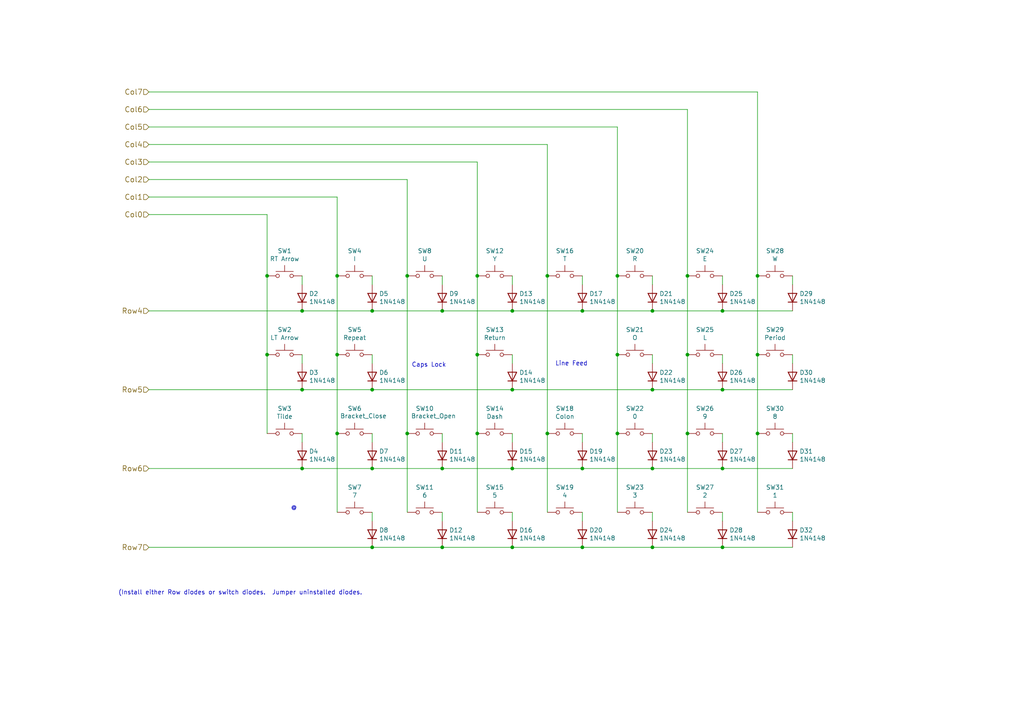
<source format=kicad_sch>
(kicad_sch (version 20211123) (generator eeschema)
  (paper "A4")
  (title_block (title "Unified Retro Keyboard") (date "2022-04-09") (rev "1.13") (company "OSIWeb.org") (comment 1 "Key matrix 1 of 2"))
  (lib_symbols
    (symbol "Switch:SW_Push" (pin_numbers hide) (pin_names (offset 1.016) hide)
      (property "Reference" "SW" (at 1.27 2.54 0))
      (property "Value" "SW_Push" (at 0 -1.524 0))
      (symbol "SW_Push_0_1"
        (circle (center -2.032 0) (radius 0.508))
        (polyline (pts (xy 0 1.27) (xy 0 3.048)))
        (polyline (pts (xy 2.54 1.27) (xy -2.54 1.27)))
        (circle (center 2.032 0) (radius 0.508))
        (pin passive line (at -5.08 0 0) (length 2.54) (name "1") (number "1"))
        (pin passive line (at 5.08 0 180) (length 2.54) (name "2") (number "2"))
      )
    )
    (symbol "unikbd:diode-combined" (pin_numbers hide) (pin_names (offset 1.016) hide)
      (property "Reference" "D" (at 0 2.54 0))
      (property "Value" "diode-combined" (at 0 -2.54 0))
      (symbol "diode-combined_0_1"
        (polyline (pts (xy -1.27 1.27) (xy -1.27 -1.27)) (stroke (width 0.254)))
        (polyline (pts (xy 1.27 0) (xy -1.27 0)))
        (polyline (pts (xy 1.27 1.27) (xy 1.27 -1.27) (xy -1.27 0) (xy 1.27 1.27)) (stroke (width 0.254)))
      )
      (symbol "diode-combined_1_1"
        (pin passive line (at -3.81 0 0) (length 2.54) (name "K") (number "1"))
        (pin passive line (at 3.81 0 180) (length 2.54) (name "A") (number "2"))
      )
    )
  )
  (junction (at 148.59 158.75))
  (junction (at 189.23 135.89))
  (junction (at 97.79 125.73))
  (junction (at 138.43 102.87))
  (junction (at 148.59 113.03))
  (junction (at 179.07 102.87))
  (junction (at 168.91 90.17))
  (junction (at 107.95 158.75))
  (junction (at 219.71 102.87))
  (junction (at 199.39 80.01))
  (junction (at 118.11 125.73))
  (junction (at 148.59 135.89))
  (junction (at 219.71 125.73))
  (junction (at 97.79 80.01))
  (junction (at 87.63 135.89))
  (junction (at 209.55 113.03))
  (junction (at 168.91 135.89))
  (junction (at 158.75 80.01))
  (junction (at 219.71 80.01))
  (junction (at 199.39 125.73))
  (junction (at 209.55 90.17))
  (junction (at 77.47 80.01))
  (junction (at 128.27 135.89))
  (junction (at 107.95 90.17))
  (junction (at 189.23 90.17))
  (junction (at 118.11 80.01))
  (junction (at 97.79 102.87))
  (junction (at 158.75 125.73))
  (junction (at 179.07 80.01))
  (junction (at 179.07 125.73))
  (junction (at 87.63 90.17))
  (junction (at 209.55 158.75))
  (junction (at 138.43 80.01))
  (junction (at 77.47 102.87))
  (junction (at 148.59 90.17))
  (junction (at 128.27 158.75))
  (junction (at 107.95 113.03))
  (junction (at 168.91 158.75))
  (junction (at 209.55 135.89))
  (junction (at 189.23 158.75))
  (junction (at 138.43 125.73))
  (junction (at 199.39 102.87))
  (junction (at 128.27 90.17))
  (junction (at 107.95 135.89))
  (junction (at 189.23 113.03))
  (junction (at 87.63 113.03))
  (wire (pts (xy 189.23 113.03) (xy 209.55 113.03)))
  (wire (pts (xy 209.55 105.41) (xy 209.55 102.87)))
  (wire (pts (xy 107.95 158.75) (xy 128.27 158.75)))
  (wire (pts (xy 118.11 52.07) (xy 118.11 80.01)))
  (wire (pts (xy 219.71 80.01) (xy 219.71 102.87)))
  (wire (pts (xy 77.47 62.23) (xy 77.47 80.01)))
  (wire (pts (xy 229.87 80.01) (xy 229.87 82.55)))
  (wire (pts (xy 138.43 102.87) (xy 138.43 125.73)))
  (wire (pts (xy 43.18 52.07) (xy 118.11 52.07)))
  (wire (pts (xy 179.07 80.01) (xy 179.07 102.87)))
  (wire (pts (xy 43.18 57.15) (xy 97.79 57.15)))
  (wire (pts (xy 168.91 80.01) (xy 168.91 82.55)))
  (wire (pts (xy 209.55 148.59) (xy 209.55 151.13)))
  (wire (pts (xy 219.71 26.67) (xy 219.71 80.01)))
  (wire (pts (xy 148.59 128.27) (xy 148.59 125.73)))
  (wire (pts (xy 148.59 158.75) (xy 168.91 158.75)))
  (wire (pts (xy 128.27 135.89) (xy 148.59 135.89)))
  (wire (pts (xy 168.91 90.17) (xy 189.23 90.17)))
  (wire (pts (xy 209.55 135.89) (xy 229.87 135.89)))
  (wire (pts (xy 189.23 80.01) (xy 189.23 82.55)))
  (wire (pts (xy 107.95 80.01) (xy 107.95 82.55)))
  (wire (pts (xy 199.39 80.01) (xy 199.39 102.87)))
  (wire (pts (xy 209.55 113.03) (xy 229.87 113.03)))
  (wire (pts (xy 229.87 125.73) (xy 229.87 128.27)))
  (wire (pts (xy 107.95 128.27) (xy 107.95 125.73)))
  (wire (pts (xy 158.75 80.01) (xy 158.75 125.73)))
  (wire (pts (xy 219.71 125.73) (xy 219.71 148.59)))
  (wire (pts (xy 148.59 113.03) (xy 189.23 113.03)))
  (wire (pts (xy 43.18 135.89) (xy 87.63 135.89)))
  (wire (pts (xy 107.95 90.17) (xy 128.27 90.17)))
  (wire (pts (xy 87.63 128.27) (xy 87.63 125.73)))
  (wire (pts (xy 199.39 102.87) (xy 199.39 125.73)))
  (wire (pts (xy 97.79 80.01) (xy 97.79 102.87)))
  (wire (pts (xy 43.18 26.67) (xy 219.71 26.67)))
  (wire (pts (xy 229.87 105.41) (xy 229.87 102.87)))
  (wire (pts (xy 43.18 36.83) (xy 179.07 36.83)))
  (wire (pts (xy 138.43 46.99) (xy 138.43 80.01)))
  (wire (pts (xy 189.23 148.59) (xy 189.23 151.13)))
  (wire (pts (xy 138.43 125.73) (xy 138.43 148.59)))
  (wire (pts (xy 128.27 158.75) (xy 148.59 158.75)))
  (wire (pts (xy 168.91 158.75) (xy 189.23 158.75)))
  (wire (pts (xy 148.59 148.59) (xy 148.59 151.13)))
  (wire (pts (xy 43.18 62.23) (xy 77.47 62.23)))
  (wire (pts (xy 43.18 41.91) (xy 158.75 41.91)))
  (wire (pts (xy 43.18 31.75) (xy 199.39 31.75)))
  (wire (pts (xy 189.23 135.89) (xy 209.55 135.89)))
  (wire (pts (xy 107.95 148.59) (xy 107.95 151.13)))
  (wire (pts (xy 168.91 128.27) (xy 168.91 125.73)))
  (wire (pts (xy 179.07 102.87) (xy 179.07 125.73)))
  (wire (pts (xy 43.18 113.03) (xy 87.63 113.03)))
  (wire (pts (xy 87.63 113.03) (xy 107.95 113.03)))
  (wire (pts (xy 189.23 125.73) (xy 189.23 128.27)))
  (wire (pts (xy 107.95 113.03) (xy 148.59 113.03)))
  (wire (pts (xy 77.47 80.01) (xy 77.47 102.87)))
  (wire (pts (xy 219.71 102.87) (xy 219.71 125.73)))
  (wire (pts (xy 138.43 80.01) (xy 138.43 102.87)))
  (wire (pts (xy 87.63 135.89) (xy 107.95 135.89)))
  (wire (pts (xy 77.47 102.87) (xy 77.47 125.73)))
  (wire (pts (xy 97.79 102.87) (xy 97.79 125.73)))
  (wire (pts (xy 43.18 158.75) (xy 107.95 158.75)))
  (wire (pts (xy 107.95 135.89) (xy 128.27 135.89)))
  (wire (pts (xy 118.11 125.73) (xy 118.11 148.59)))
  (wire (pts (xy 128.27 148.59) (xy 128.27 151.13)))
  (wire (pts (xy 97.79 57.15) (xy 97.79 80.01)))
  (wire (pts (xy 189.23 158.75) (xy 209.55 158.75)))
  (wire (pts (xy 128.27 90.17) (xy 148.59 90.17)))
  (wire (pts (xy 158.75 41.91) (xy 158.75 80.01)))
  (wire (pts (xy 179.07 36.83) (xy 179.07 80.01)))
  (wire (pts (xy 128.27 128.27) (xy 128.27 125.73)))
  (wire (pts (xy 43.18 46.99) (xy 138.43 46.99)))
  (wire (pts (xy 179.07 125.73) (xy 179.07 148.59)))
  (wire (pts (xy 199.39 31.75) (xy 199.39 80.01)))
  (wire (pts (xy 148.59 80.01) (xy 148.59 82.55)))
  (wire (pts (xy 107.95 102.87) (xy 107.95 105.41)))
  (wire (pts (xy 209.55 90.17) (xy 229.87 90.17)))
  (wire (pts (xy 148.59 90.17) (xy 168.91 90.17)))
  (wire (pts (xy 158.75 125.73) (xy 158.75 148.59)))
  (wire (pts (xy 97.79 125.73) (xy 97.79 148.59)))
  (wire (pts (xy 209.55 80.01) (xy 209.55 82.55)))
  (wire (pts (xy 118.11 80.01) (xy 118.11 125.73)))
  (wire (pts (xy 87.63 90.17) (xy 107.95 90.17)))
  (wire (pts (xy 148.59 105.41) (xy 148.59 102.87)))
  (wire (pts (xy 87.63 105.41) (xy 87.63 102.87)))
  (wire (pts (xy 87.63 82.55) (xy 87.63 80.01)))
  (wire (pts (xy 229.87 151.13) (xy 229.87 148.59)))
  (wire (pts (xy 148.59 135.89) (xy 168.91 135.89)))
  (wire (pts (xy 168.91 135.89) (xy 189.23 135.89)))
  (wire (pts (xy 209.55 125.73) (xy 209.55 128.27)))
  (wire (pts (xy 189.23 105.41) (xy 189.23 102.87)))
  (wire (pts (xy 43.18 90.17) (xy 87.63 90.17)))
  (wire (pts (xy 209.55 158.75) (xy 229.87 158.75)))
  (wire (pts (xy 189.23 90.17) (xy 209.55 90.17)))
  (wire (pts (xy 128.27 82.55) (xy 128.27 80.01)))
  (wire (pts (xy 199.39 125.73) (xy 199.39 148.59)))
  (wire (pts (xy 168.91 148.59) (xy 168.91 151.13)))
  (text "@" (at 84.328 148.082 0) (effects (font (size 1.27 1.27)) (justify left bottom)))
  (text "Caps Lock" (at 119.38 106.68 0) (effects (font (size 1.27 1.27)) (justify left bottom)))
  (text "(Install either Row diodes or switch diodes.  Jumper uninstalled diodes." (at 34.29 172.72 0) (effects (font (size 1.27 1.27)) (justify left bottom)))
  (text "Line Feed" (at 161.036 106.299 0) (effects (font (size 1.27 1.27)) (justify left bottom)))
  (hierarchical_label "Row7" (shape input) (at 43.18 158.75 180) (effects (font (size 1.524 1.524))))
  (hierarchical_label "Col2" (shape input) (at 43.18 52.07 180) (effects (font (size 1.524 1.524))))
  (hierarchical_label "Row4" (shape input) (at 43.18 90.17 180) (effects (font (size 1.524 1.524))))
  (hierarchical_label "Col5" (shape input) (at 43.18 36.83 180) (effects (font (size 1.524 1.524))))
  (hierarchical_label "Row6" (shape input) (at 43.18 135.89 180) (effects (font (size 1.524 1.524))))
  (hierarchical_label "Col6" (shape input) (at 43.18 31.75 180) (effects (font (size 1.524 1.524))))
  (hierarchical_label "Col0" (shape input) (at 43.18 62.23 180) (effects (font (size 1.524 1.524))))
  (hierarchical_label "Col1" (shape input) (at 43.18 57.15 180) (effects (font (size 1.524 1.524))))
  (hierarchical_label "Row5" (shape input) (at 43.18 113.03 180) (effects (font (size 1.524 1.524))))
  (hierarchical_label "Col3" (shape input) (at 43.18 46.99 180) (effects (font (size 1.524 1.524))))
  (hierarchical_label "Col7" (shape input) (at 43.18 26.67 180) (effects (font (size 1.524 1.524))))
  (hierarchical_label "Col4" (shape input) (at 43.18 41.91 180) (effects (font (size 1.524 1.524))))
  (symbol (lib_id "Switch:SW_Push") (at 82.55 80.01 0) (unit 1)
    (property "Reference" "SW1" (at 82.55 72.771 0))
    (property "Value" "RT Arrow" (at 82.55 75.0824 0))
    (property "Footprint" "unikbd:Key_MX" (effects hide))
    (property "Fitted" "NO" (effects hide))
    (property "Substitution OK" "NO" (effects hide))
    (property "Manufacturer" "Futaba(1) or Cherry(2)" (effects hide))
    (property "Manufacturer Part Number" "(1) MD4-PCS (2) Cherry MX or clone" (effects hide))
  )
  (symbol (lib_id "Switch:SW_Push") (at 102.87 80.01 0) (unit 1)
    (property "Reference" "SW4" (at 102.87 72.771 0))
    (property "Value" "I" (at 102.87 75.0824 0))
    (property "Footprint" "unikbd:Key_MX" (effects hide))
    (property "Comment" "Common to all layouts" (effects hide))
    (property "Fitted" "YES" (effects hide))
    (property "Substitution OK" "NO" (effects hide))
  )
  (symbol (lib_id "Switch:SW_Push") (at 143.51 80.01 0) (unit 1)
    (property "Reference" "SW12" (at 143.51 72.771 0))
    (property "Value" "Y" (at 143.51 75.0824 0))
    (property "Footprint" "unikbd:Key_MX" (effects hide))
    (property "Comment" "Common to all layouts" (effects hide))
    (property "Fitted" "YES" (effects hide))
    (property "Substitution OK" "NO" (effects hide))
  )
  (symbol (lib_id "Switch:SW_Push") (at 123.19 80.01 0) (unit 1)
    (property "Reference" "SW8" (at 123.19 72.771 0))
    (property "Value" "U" (at 123.19 75.0824 0))
    (property "Footprint" "unikbd:Key_MX" (effects hide))
    (property "Comment" "Common to all layouts" (effects hide))
    (property "Fitted" "YES" (effects hide))
    (property "Substitution OK" "NO" (effects hide))
  )
  (symbol (lib_id "Switch:SW_Push") (at 163.83 80.01 0) (unit 1)
    (property "Reference" "SW16" (at 163.83 72.771 0))
    (property "Value" "T" (at 163.83 75.0824 0))
    (property "Footprint" "unikbd:Key_MX" (effects hide))
    (property "Comment" "Common to all layouts" (effects hide))
    (property "Fitted" "YES" (effects hide))
    (property "Substitution OK" "NO" (effects hide))
  )
  (symbol (lib_id "Switch:SW_Push") (at 184.15 80.01 0) (unit 1)
    (property "Reference" "SW20" (at 184.15 72.771 0))
    (property "Value" "R" (at 184.15 75.0824 0))
    (property "Footprint" "unikbd:Key_MX" (effects hide))
    (property "Comment" "Common to all layouts" (effects hide))
    (property "Fitted" "YES" (effects hide))
    (property "Substitution OK" "NO" (effects hide))
  )
  (symbol (lib_id "Switch:SW_Push") (at 224.79 80.01 0) (unit 1)
    (property "Reference" "SW28" (at 224.79 72.771 0))
    (property "Value" "W" (at 224.79 75.0824 0))
    (property "Footprint" "unikbd:Key_MX" (effects hide))
    (property "Comment" "Common to all layouts" (effects hide))
    (property "Fitted" "YES" (effects hide))
    (property "Substitution OK" "NO" (effects hide))
  )
  (symbol (lib_id "Switch:SW_Push") (at 204.47 80.01 0) (unit 1)
    (property "Reference" "SW24" (at 204.47 72.771 0))
    (property "Value" "E" (at 204.47 75.0824 0))
    (property "Footprint" "unikbd:Key_MX" (effects hide))
    (property "Comment" "Common to all layouts" (effects hide))
    (property "Fitted" "YES" (effects hide))
    (property "Substitution OK" "NO" (effects hide))
  )
  (symbol (lib_id "unikbd:diode-combined") (at 107.95 86.36 90) (unit 1)
    (property "Reference" "D5" (at 109.9566 85.1916 90) (effects (justify right)))
    (property "Value" "1N4148" (at 109.9566 87.503 90) (effects (justify right)))
    (property "Footprint" "unikbd:diode-combined" (effects hide))
    (property "Datasheet" "https://assets.nexperia.com/documents/data-sheet/1N4148_1N4448.pdf" (effects hide))
    (property "Fitted" "YES" (effects hide))
    (property "Substitution OK" " YES " (effects hide))
    (property "Comment" "<1.25V forward voltage.  " (effects hide))
    (property "Manufacturer" "ON Semiconductor" (effects hide))
    (property "Manufacturer Part Number" "MMBD914LT3G " (effects hide))
    (property "Package" " SOT-23-3 " (effects hide))
    (property "LCSC" "C118751" (effects hide))
  )
  (symbol (lib_id "unikbd:diode-combined") (at 87.63 86.36 90) (unit 1)
    (property "Reference" "D2" (at 89.6366 85.1916 90) (effects (justify right)))
    (property "Value" "1N4148" (at 89.6366 87.503 90) (effects (justify right)))
    (property "Footprint" "unikbd:diode-combined" (effects hide))
    (property "Datasheet" "https://assets.nexperia.com/documents/data-sheet/1N4148_1N4448.pdf" (effects hide))
    (property "Fitted" "YES" (effects hide))
    (property "Substitution OK" " YES " (effects hide))
    (property "Comment" "<1.25V forward voltage.  " (effects hide))
    (property "Manufacturer" "ON Semiconductor" (effects hide))
    (property "Manufacturer Part Number" "MMBD914LT3G " (effects hide))
    (property "Package" " SOT-23-3 " (effects hide))
    (property "LCSC" "C118751" (effects hide))
  )
  (symbol (lib_id "unikbd:diode-combined") (at 128.27 86.36 90) (unit 1)
    (property "Reference" "D9" (at 130.2766 85.1916 90) (effects (justify right)))
    (property "Value" "1N4148" (at 130.2766 87.503 90) (effects (justify right)))
    (property "Footprint" "unikbd:diode-combined" (effects hide))
    (property "Datasheet" "https://assets.nexperia.com/documents/data-sheet/1N4148_1N4448.pdf" (effects hide))
    (property "Fitted" "YES" (effects hide))
    (property "Substitution OK" " YES " (effects hide))
    (property "Comment" "<1.25V forward voltage.  " (effects hide))
    (property "Manufacturer" "ON Semiconductor" (effects hide))
    (property "Manufacturer Part Number" "MMBD914LT3G " (effects hide))
    (property "Package" " SOT-23-3 " (effects hide))
    (property "LCSC" "C118751" (effects hide))
  )
  (symbol (lib_id "unikbd:diode-combined") (at 148.59 86.36 90) (unit 1)
    (property "Reference" "D13" (at 150.5966 85.1916 90) (effects (justify right)))
    (property "Value" "1N4148" (at 150.5966 87.503 90) (effects (justify right)))
    (property "Footprint" "unikbd:diode-combined" (effects hide))
    (property "Datasheet" "https://assets.nexperia.com/documents/data-sheet/1N4148_1N4448.pdf" (effects hide))
    (property "Fitted" "YES" (effects hide))
    (property "Substitution OK" " YES " (effects hide))
    (property "Comment" "<1.25V forward voltage.  " (effects hide))
    (property "Manufacturer" "ON Semiconductor" (effects hide))
    (property "Manufacturer Part Number" "MMBD914LT3G " (effects hide))
    (property "Package" " SOT-23-3 " (effects hide))
    (property "LCSC" "C118751" (effects hide))
  )
  (symbol (lib_id "unikbd:diode-combined") (at 168.91 86.36 90) (unit 1)
    (property "Reference" "D17" (at 170.9166 85.1916 90) (effects (justify right)))
    (property "Value" "1N4148" (at 170.9166 87.503 90) (effects (justify right)))
    (property "Footprint" "unikbd:diode-combined" (effects hide))
    (property "Datasheet" "https://assets.nexperia.com/documents/data-sheet/1N4148_1N4448.pdf" (effects hide))
    (property "Fitted" "YES" (effects hide))
    (property "Substitution OK" " YES " (effects hide))
    (property "Comment" "<1.25V forward voltage.  " (effects hide))
    (property "Manufacturer" "ON Semiconductor" (effects hide))
    (property "Manufacturer Part Number" "MMBD914LT3G " (effects hide))
    (property "Package" " SOT-23-3 " (effects hide))
    (property "LCSC" "C118751" (effects hide))
  )
  (symbol (lib_id "unikbd:diode-combined") (at 189.23 86.36 90) (unit 1)
    (property "Reference" "D21" (at 191.2366 85.1916 90) (effects (justify right)))
    (property "Value" "1N4148" (at 191.2366 87.503 90) (effects (justify right)))
    (property "Footprint" "unikbd:diode-combined" (effects hide))
    (property "Datasheet" "https://assets.nexperia.com/documents/data-sheet/1N4148_1N4448.pdf" (effects hide))
    (property "Fitted" "YES" (effects hide))
    (property "Substitution OK" " YES " (effects hide))
    (property "Comment" "<1.25V forward voltage.  " (effects hide))
    (property "Manufacturer" "ON Semiconductor" (effects hide))
    (property "Manufacturer Part Number" "MMBD914LT3G " (effects hide))
    (property "Package" " SOT-23-3 " (effects hide))
    (property "LCSC" "C118751" (effects hide))
  )
  (symbol (lib_id "unikbd:diode-combined") (at 209.55 86.36 90) (unit 1)
    (property "Reference" "D25" (at 211.5566 85.1916 90) (effects (justify right)))
    (property "Value" "1N4148" (at 211.5566 87.503 90) (effects (justify right)))
    (property "Footprint" "unikbd:diode-combined" (effects hide))
    (property "Datasheet" "https://assets.nexperia.com/documents/data-sheet/1N4148_1N4448.pdf" (effects hide))
    (property "Fitted" "YES" (effects hide))
    (property "Substitution OK" " YES " (effects hide))
    (property "Comment" "<1.25V forward voltage.  " (effects hide))
    (property "Manufacturer" "ON Semiconductor" (effects hide))
    (property "Manufacturer Part Number" "MMBD914LT3G " (effects hide))
    (property "Package" " SOT-23-3 " (effects hide))
    (property "LCSC" "C118751" (effects hide))
  )
  (symbol (lib_id "unikbd:diode-combined") (at 229.87 86.36 90) (unit 1)
    (property "Reference" "D29" (at 231.8766 85.1916 90) (effects (justify right)))
    (property "Value" "1N4148" (at 231.8766 87.503 90) (effects (justify right)))
    (property "Footprint" "unikbd:diode-combined" (effects hide))
    (property "Datasheet" "https://assets.nexperia.com/documents/data-sheet/1N4148_1N4448.pdf" (effects hide))
    (property "Fitted" "YES" (effects hide))
    (property "Substitution OK" " YES " (effects hide))
    (property "Comment" "<1.25V forward voltage.  " (effects hide))
    (property "Manufacturer" "ON Semiconductor" (effects hide))
    (property "Manufacturer Part Number" "MMBD914LT3G " (effects hide))
    (property "Package" " SOT-23-3 " (effects hide))
    (property "LCSC" "C118751" (effects hide))
  )
  (symbol (lib_id "Switch:SW_Push") (at 82.55 102.87 0) (unit 1)
    (property "Reference" "SW2" (at 82.55 95.631 0))
    (property "Value" "LT Arrow" (at 82.55 97.9424 0))
    (property "Footprint" "unikbd:Key_MX" (effects hide))
    (property "Fitted" "NO" (effects hide))
    (property "Substitution OK" "NO" (effects hide))
  )
  (symbol (lib_id "Switch:SW_Push") (at 102.87 102.87 0) (unit 1)
    (property "Reference" "SW5" (at 102.87 95.631 0))
    (property "Value" "Repeat" (at 102.87 97.9424 0))
    (property "Footprint" "unikbd:Key_MX" (effects hide))
    (property "Fitted" "NO" (effects hide))
    (property "Substitution OK" "NO" (effects hide))
  )
  (symbol (lib_id "Switch:SW_Push") (at 143.51 102.87 0) (unit 1)
    (property "Reference" "SW13" (at 143.51 95.631 0))
    (property "Value" "Return" (at 143.51 97.9424 0))
    (property "Footprint" "unikbd:Key_MX" (effects hide))
    (property "Comment" "Common to all layouts" (effects hide))
    (property "Fitted" "YES" (effects hide))
    (property "Substitution OK" "NO" (effects hide))
  )
  (symbol (lib_id "Switch:SW_Push") (at 184.15 102.87 0) (unit 1)
    (property "Reference" "SW21" (at 184.15 95.631 0))
    (property "Value" "O" (at 184.15 97.9424 0))
    (property "Footprint" "unikbd:Key_MX" (effects hide))
    (property "Comment" "Common to all layouts" (effects hide))
    (property "Fitted" "YES" (effects hide))
    (property "Substitution OK" "NO" (effects hide))
  )
  (symbol (lib_id "Switch:SW_Push") (at 224.79 102.87 0) (unit 1)
    (property "Reference" "SW29" (at 224.79 95.631 0))
    (property "Value" "Period" (at 224.79 97.9424 0))
    (property "Footprint" "unikbd:Key_MX" (effects hide))
    (property "Comment" "Common to all layouts" (effects hide))
    (property "Fitted" "YES" (effects hide))
    (property "Substitution OK" "NO" (effects hide))
  )
  (symbol (lib_id "Switch:SW_Push") (at 204.47 102.87 0) (unit 1)
    (property "Reference" "SW25" (at 204.47 95.631 0))
    (property "Value" "L" (at 204.47 97.9424 0))
    (property "Footprint" "unikbd:Key_MX" (effects hide))
    (property "Comment" "Common to all layouts" (effects hide))
    (property "Fitted" "YES" (effects hide))
    (property "Substitution OK" "NO" (effects hide))
  )
  (symbol (lib_id "unikbd:diode-combined") (at 107.95 109.22 90) (unit 1)
    (property "Reference" "D6" (at 109.9566 108.0516 90) (effects (justify right)))
    (property "Value" "1N4148" (at 109.9566 110.363 90) (effects (justify right)))
    (property "Footprint" "unikbd:diode-combined" (effects hide))
    (property "Datasheet" "https://assets.nexperia.com/documents/data-sheet/1N4148_1N4448.pdf" (effects hide))
    (property "Fitted" "YES" (effects hide))
    (property "Substitution OK" " YES " (effects hide))
    (property "Comment" "<1.25V forward voltage.  " (effects hide))
    (property "Manufacturer" "ON Semiconductor" (effects hide))
    (property "Manufacturer Part Number" "MMBD914LT3G " (effects hide))
    (property "Package" " SOT-23-3 " (effects hide))
    (property "LCSC" "C118751" (effects hide))
  )
  (symbol (lib_id "unikbd:diode-combined") (at 87.63 109.22 90) (unit 1)
    (property "Reference" "D3" (at 89.6366 108.0516 90) (effects (justify right)))
    (property "Value" "1N4148" (at 89.6366 110.363 90) (effects (justify right)))
    (property "Footprint" "unikbd:diode-combined" (effects hide))
    (property "Datasheet" "https://assets.nexperia.com/documents/data-sheet/1N4148_1N4448.pdf" (effects hide))
    (property "Fitted" "YES" (effects hide))
    (property "Substitution OK" " YES " (effects hide))
    (property "Comment" "<1.25V forward voltage.  " (effects hide))
    (property "Manufacturer" "ON Semiconductor" (effects hide))
    (property "Manufacturer Part Number" "MMBD914LT3G " (effects hide))
    (property "Package" " SOT-23-3 " (effects hide))
    (property "LCSC" "C118751" (effects hide))
  )
  (symbol (lib_id "unikbd:diode-combined") (at 148.59 109.22 90) (unit 1)
    (property "Reference" "D14" (at 150.5966 108.0516 90) (effects (justify right)))
    (property "Value" "1N4148" (at 150.5966 110.363 90) (effects (justify right)))
    (property "Footprint" "unikbd:diode-combined" (effects hide))
    (property "Datasheet" "https://assets.nexperia.com/documents/data-sheet/1N4148_1N4448.pdf" (effects hide))
    (property "Fitted" "YES" (effects hide))
    (property "Substitution OK" " YES " (effects hide))
    (property "Comment" "<1.25V forward voltage.  " (effects hide))
    (property "Manufacturer" "ON Semiconductor" (effects hide))
    (property "Manufacturer Part Number" "MMBD914LT3G " (effects hide))
    (property "Package" " SOT-23-3 " (effects hide))
    (property "LCSC" "C118751" (effects hide))
  )
  (symbol (lib_id "unikbd:diode-combined") (at 189.23 109.22 90) (unit 1)
    (property "Reference" "D22" (at 191.2366 108.0516 90) (effects (justify right)))
    (property "Value" "1N4148" (at 191.2366 110.363 90) (effects (justify right)))
    (property "Footprint" "unikbd:diode-combined" (effects hide))
    (property "Datasheet" "https://assets.nexperia.com/documents/data-sheet/1N4148_1N4448.pdf" (effects hide))
    (property "Fitted" "YES" (effects hide))
    (property "Substitution OK" " YES " (effects hide))
    (property "Comment" "<1.25V forward voltage.  " (effects hide))
    (property "Manufacturer" "ON Semiconductor" (effects hide))
    (property "Manufacturer Part Number" "MMBD914LT3G " (effects hide))
    (property "Package" " SOT-23-3 " (effects hide))
    (property "LCSC" "C118751" (effects hide))
  )
  (symbol (lib_id "unikbd:diode-combined") (at 209.55 109.22 90) (unit 1)
    (property "Reference" "D26" (at 211.5566 108.0516 90) (effects (justify right)))
    (property "Value" "1N4148" (at 211.5566 110.363 90) (effects (justify right)))
    (property "Footprint" "unikbd:diode-combined" (effects hide))
    (property "Datasheet" "https://assets.nexperia.com/documents/data-sheet/1N4148_1N4448.pdf" (effects hide))
    (property "Fitted" "YES" (effects hide))
    (property "Substitution OK" " YES " (effects hide))
    (property "Comment" "<1.25V forward voltage.  " (effects hide))
    (property "Manufacturer" "ON Semiconductor" (effects hide))
    (property "Manufacturer Part Number" "MMBD914LT3G " (effects hide))
    (property "Package" " SOT-23-3 " (effects hide))
    (property "LCSC" "C118751" (effects hide))
  )
  (symbol (lib_id "unikbd:diode-combined") (at 229.87 109.22 90) (unit 1)
    (property "Reference" "D30" (at 231.8766 108.0516 90) (effects (justify right)))
    (property "Value" "1N4148" (at 231.8766 110.363 90) (effects (justify right)))
    (property "Footprint" "unikbd:diode-combined" (effects hide))
    (property "Datasheet" "https://assets.nexperia.com/documents/data-sheet/1N4148_1N4448.pdf" (effects hide))
    (property "Fitted" "YES" (effects hide))
    (property "Substitution OK" " YES " (effects hide))
    (property "Comment" "<1.25V forward voltage.  " (effects hide))
    (property "Manufacturer" "ON Semiconductor" (effects hide))
    (property "Manufacturer Part Number" "MMBD914LT3G " (effects hide))
    (property "Package" " SOT-23-3 " (effects hide))
    (property "LCSC" "C118751" (effects hide))
  )
  (symbol (lib_id "Switch:SW_Push") (at 82.55 125.73 0) (unit 1)
    (property "Reference" "SW3" (at 82.55 118.491 0))
    (property "Value" "Tilde" (at 82.55 120.8024 0))
    (property "Footprint" "unikbd:Key_MX" (effects hide))
    (property "Fitted" "NO" (effects hide))
    (property "Substitution OK" "NO" (effects hide))
  )
  (symbol (lib_id "Switch:SW_Push") (at 102.87 125.73 0) (unit 1)
    (property "Reference" "SW6" (at 102.87 118.491 0))
    (property "Value" "Bracket_Close" (at 105.41 120.65 0))
    (property "Footprint" "unikbd:Key_MX" (effects hide))
    (property "Fitted" "NO" (effects hide))
    (property "Substitution OK" "NO" (effects hide))
  )
  (symbol (lib_id "Switch:SW_Push") (at 143.51 125.73 0) (unit 1)
    (property "Reference" "SW14" (at 143.51 118.491 0))
    (property "Value" "Dash" (at 143.51 120.8024 0))
    (property "Footprint" "unikbd:Key_MX" (effects hide))
    (property "Comment" "Common to all layouts" (effects hide))
    (property "Fitted" "YES" (effects hide))
    (property "Substitution OK" "NO" (effects hide))
  )
  (symbol (lib_id "Switch:SW_Push") (at 123.19 125.73 0) (unit 1)
    (property "Reference" "SW10" (at 123.19 118.491 0))
    (property "Value" "Bracket_Open" (at 125.73 120.65 0))
    (property "Footprint" "unikbd:Key_MX" (effects hide))
    (property "Comment" "Common to all layouts" (effects hide))
    (property "Fitted" "YES" (effects hide))
    (property "Substitution OK" "NO" (effects hide))
  )
  (symbol (lib_id "Switch:SW_Push") (at 163.83 125.73 0) (unit 1)
    (property "Reference" "SW18" (at 163.83 118.491 0))
    (property "Value" "Colon" (at 163.83 120.8024 0))
    (property "Footprint" "unikbd:Key_MX" (effects hide))
    (property "Comment" "Common to all layouts" (effects hide))
    (property "Fitted" "YES" (effects hide))
    (property "Substitution OK" "NO" (effects hide))
  )
  (symbol (lib_id "Switch:SW_Push") (at 184.15 125.73 0) (unit 1)
    (property "Reference" "SW22" (at 184.15 118.491 0))
    (property "Value" "0" (at 184.15 120.8024 0))
    (property "Footprint" "unikbd:Key_MX" (effects hide))
    (property "Comment" "Common to all layouts" (effects hide))
    (property "Fitted" "YES" (effects hide))
    (property "Substitution OK" "NO" (effects hide))
  )
  (symbol (lib_id "Switch:SW_Push") (at 224.79 125.73 0) (unit 1)
    (property "Reference" "SW30" (at 224.79 118.491 0))
    (property "Value" "8" (at 224.79 120.8024 0))
    (property "Footprint" "unikbd:Key_MX" (effects hide))
    (property "Comment" "Common to all layouts" (effects hide))
    (property "Fitted" "YES" (effects hide))
    (property "Substitution OK" "NO" (effects hide))
  )
  (symbol (lib_id "Switch:SW_Push") (at 204.47 125.73 0) (unit 1)
    (property "Reference" "SW26" (at 204.47 118.491 0))
    (property "Value" "9" (at 204.47 120.8024 0))
    (property "Footprint" "unikbd:Key_MX" (effects hide))
    (property "Comment" "Common to all layouts" (effects hide))
    (property "Fitted" "YES" (effects hide))
    (property "Substitution OK" "NO" (effects hide))
  )
  (symbol (lib_id "unikbd:diode-combined") (at 107.95 132.08 90) (unit 1)
    (property "Reference" "D7" (at 109.9566 130.9116 90) (effects (justify right)))
    (property "Value" "1N4148" (at 109.9566 133.223 90) (effects (justify right)))
    (property "Footprint" "unikbd:diode-combined" (effects hide))
    (property "Datasheet" "https://assets.nexperia.com/documents/data-sheet/1N4148_1N4448.pdf" (effects hide))
    (property "Fitted" "YES" (effects hide))
    (property "Substitution OK" " YES " (effects hide))
    (property "Comment" "<1.25V forward voltage.  " (effects hide))
    (property "Manufacturer" "ON Semiconductor" (effects hide))
    (property "Manufacturer Part Number" "MMBD914LT3G " (effects hide))
    (property "Package" " SOT-23-3 " (effects hide))
    (property "LCSC" "C118751" (effects hide))
  )
  (symbol (lib_id "unikbd:diode-combined") (at 87.63 132.08 90) (unit 1)
    (property "Reference" "D4" (at 89.6366 130.9116 90) (effects (justify right)))
    (property "Value" "1N4148" (at 89.6366 133.223 90) (effects (justify right)))
    (property "Footprint" "unikbd:diode-combined" (effects hide))
    (property "Datasheet" "https://assets.nexperia.com/documents/data-sheet/1N4148_1N4448.pdf" (effects hide))
    (property "Fitted" "YES" (effects hide))
    (property "Substitution OK" " YES " (effects hide))
    (property "Comment" "<1.25V forward voltage.  " (effects hide))
    (property "Manufacturer" "ON Semiconductor" (effects hide))
    (property "Manufacturer Part Number" "MMBD914LT3G " (effects hide))
    (property "Package" " SOT-23-3 " (effects hide))
    (property "LCSC" "C118751" (effects hide))
  )
  (symbol (lib_id "unikbd:diode-combined") (at 128.27 132.08 90) (unit 1)
    (property "Reference" "D11" (at 130.2766 130.9116 90) (effects (justify right)))
    (property "Value" "1N4148" (at 130.2766 133.223 90) (effects (justify right)))
    (property "Footprint" "unikbd:diode-combined" (effects hide))
    (property "Datasheet" "https://assets.nexperia.com/documents/data-sheet/1N4148_1N4448.pdf" (effects hide))
    (property "Fitted" "YES" (effects hide))
    (property "Substitution OK" " YES " (effects hide))
    (property "Comment" "<1.25V forward voltage.  " (effects hide))
    (property "Manufacturer" "ON Semiconductor" (effects hide))
    (property "Manufacturer Part Number" "MMBD914LT3G " (effects hide))
    (property "Package" " SOT-23-3 " (effects hide))
    (property "LCSC" "C118751" (effects hide))
  )
  (symbol (lib_id "unikbd:diode-combined") (at 148.59 132.08 90) (unit 1)
    (property "Reference" "D15" (at 150.5966 130.9116 90) (effects (justify right)))
    (property "Value" "1N4148" (at 150.5966 133.223 90) (effects (justify right)))
    (property "Footprint" "unikbd:diode-combined" (effects hide))
    (property "Datasheet" "https://assets.nexperia.com/documents/data-sheet/1N4148_1N4448.pdf" (effects hide))
    (property "Fitted" "YES" (effects hide))
    (property "Substitution OK" " YES " (effects hide))
    (property "Comment" "<1.25V forward voltage.  " (effects hide))
    (property "Manufacturer" "ON Semiconductor" (effects hide))
    (property "Manufacturer Part Number" "MMBD914LT3G " (effects hide))
    (property "Package" " SOT-23-3 " (effects hide))
    (property "LCSC" "C118751" (effects hide))
  )
  (symbol (lib_id "unikbd:diode-combined") (at 168.91 132.08 90) (unit 1)
    (property "Reference" "D19" (at 170.9166 130.9116 90) (effects (justify right)))
    (property "Value" "1N4148" (at 170.9166 133.223 90) (effects (justify right)))
    (property "Footprint" "unikbd:diode-combined" (effects hide))
    (property "Datasheet" "https://assets.nexperia.com/documents/data-sheet/1N4148_1N4448.pdf" (effects hide))
    (property "Fitted" "YES" (effects hide))
    (property "Substitution OK" " YES " (effects hide))
    (property "Comment" "<1.25V forward voltage.  " (effects hide))
    (property "Manufacturer" "ON Semiconductor" (effects hide))
    (property "Manufacturer Part Number" "MMBD914LT3G " (effects hide))
    (property "Package" " SOT-23-3 " (effects hide))
    (property "LCSC" "C118751" (effects hide))
  )
  (symbol (lib_id "unikbd:diode-combined") (at 189.23 132.08 90) (unit 1)
    (property "Reference" "D23" (at 191.2366 130.9116 90) (effects (justify right)))
    (property "Value" "1N4148" (at 191.2366 133.223 90) (effects (justify right)))
    (property "Footprint" "unikbd:diode-combined" (effects hide))
    (property "Datasheet" "https://assets.nexperia.com/documents/data-sheet/1N4148_1N4448.pdf" (effects hide))
    (property "Fitted" "YES" (effects hide))
    (property "Substitution OK" " YES " (effects hide))
    (property "Comment" "<1.25V forward voltage.  " (effects hide))
    (property "Manufacturer" "ON Semiconductor" (effects hide))
    (property "Manufacturer Part Number" "MMBD914LT3G " (effects hide))
    (property "Package" " SOT-23-3 " (effects hide))
    (property "LCSC" "C118751" (effects hide))
  )
  (symbol (lib_id "unikbd:diode-combined") (at 209.55 132.08 90) (unit 1)
    (property "Reference" "D27" (at 211.5566 130.9116 90) (effects (justify right)))
    (property "Value" "1N4148" (at 211.5566 133.223 90) (effects (justify right)))
    (property "Footprint" "unikbd:diode-combined" (effects hide))
    (property "Datasheet" "https://assets.nexperia.com/documents/data-sheet/1N4148_1N4448.pdf" (effects hide))
    (property "Fitted" "YES" (effects hide))
    (property "Substitution OK" " YES " (effects hide))
    (property "Comment" "<1.25V forward voltage.  " (effects hide))
    (property "Manufacturer" "ON Semiconductor" (effects hide))
    (property "Manufacturer Part Number" "MMBD914LT3G " (effects hide))
    (property "Package" " SOT-23-3 " (effects hide))
    (property "LCSC" "C118751" (effects hide))
  )
  (symbol (lib_id "unikbd:diode-combined") (at 229.87 132.08 90) (unit 1)
    (property "Reference" "D31" (at 231.8766 130.9116 90) (effects (justify right)))
    (property "Value" "1N4148" (at 231.8766 133.223 90) (effects (justify right)))
    (property "Footprint" "unikbd:diode-combined" (effects hide))
    (property "Datasheet" "https://assets.nexperia.com/documents/data-sheet/1N4148_1N4448.pdf" (effects hide))
    (property "Fitted" "YES" (effects hide))
    (property "Substitution OK" " YES " (effects hide))
    (property "Comment" "<1.25V forward voltage.  " (effects hide))
    (property "Manufacturer" "ON Semiconductor" (effects hide))
    (property "Manufacturer Part Number" "MMBD914LT3G " (effects hide))
    (property "Package" " SOT-23-3 " (effects hide))
    (property "LCSC" "C118751" (effects hide))
  )
  (symbol (lib_id "Switch:SW_Push") (at 102.87 148.59 0) (unit 1)
    (property "Reference" "SW7" (at 102.87 141.351 0))
    (property "Value" "7" (at 102.87 143.6624 0))
    (property "Footprint" "unikbd:Key_MX" (effects hide))
    (property "Comment" "Common to all layouts" (effects hide))
    (property "Fitted" "YES" (effects hide))
    (property "Substitution OK" "NO" (effects hide))
  )
  (symbol (lib_id "Switch:SW_Push") (at 143.51 148.59 0) (unit 1)
    (property "Reference" "SW15" (at 143.51 141.351 0))
    (property "Value" "5" (at 143.51 143.6624 0))
    (property "Footprint" "unikbd:Key_MX" (effects hide))
    (property "Comment" "Common to all layouts" (effects hide))
    (property "Fitted" "YES" (effects hide))
    (property "Substitution OK" "NO" (effects hide))
  )
  (symbol (lib_id "Switch:SW_Push") (at 123.19 148.59 0) (unit 1)
    (property "Reference" "SW11" (at 123.19 141.351 0))
    (property "Value" "6" (at 123.19 143.6624 0))
    (property "Footprint" "unikbd:Key_MX" (effects hide))
    (property "Comment" "Common to all layouts" (effects hide))
    (property "Fitted" "YES" (effects hide))
    (property "Substitution OK" "NO" (effects hide))
  )
  (symbol (lib_id "Switch:SW_Push") (at 163.83 148.59 0) (unit 1)
    (property "Reference" "SW19" (at 163.83 141.351 0))
    (property "Value" "4" (at 163.83 143.6624 0))
    (property "Footprint" "unikbd:Key_MX" (effects hide))
    (property "Comment" "Common to all layouts" (effects hide))
    (property "Fitted" "YES" (effects hide))
    (property "Substitution OK" "NO" (effects hide))
  )
  (symbol (lib_id "Switch:SW_Push") (at 184.15 148.59 0) (unit 1)
    (property "Reference" "SW23" (at 184.15 141.351 0))
    (property "Value" "3" (at 184.15 143.6624 0))
    (property "Footprint" "unikbd:Key_MX" (effects hide))
    (property "Comment" "Common to all layouts" (effects hide))
    (property "Fitted" "YES" (effects hide))
    (property "Substitution OK" "NO" (effects hide))
  )
  (symbol (lib_id "Switch:SW_Push") (at 224.79 148.59 0) (unit 1)
    (property "Reference" "SW31" (at 224.79 141.351 0))
    (property "Value" "1" (at 224.79 143.6624 0))
    (property "Footprint" "unikbd:Key_MX" (effects hide))
    (property "Comment" "Common to all layouts" (effects hide))
    (property "Fitted" "YES" (effects hide))
    (property "Substitution OK" "NO" (effects hide))
  )
  (symbol (lib_id "Switch:SW_Push") (at 204.47 148.59 0) (unit 1)
    (property "Reference" "SW27" (at 204.47 141.351 0))
    (property "Value" "2" (at 204.47 143.6624 0))
    (property "Footprint" "unikbd:Key_MX" (effects hide))
    (property "Comment" "Common to all layouts" (effects hide))
    (property "Fitted" "YES" (effects hide))
    (property "Substitution OK" "NO" (effects hide))
  )
  (symbol (lib_id "unikbd:diode-combined") (at 107.95 154.94 90) (unit 1)
    (property "Reference" "D8" (at 109.9566 153.7716 90) (effects (justify right)))
    (property "Value" "1N4148" (at 109.9566 156.083 90) (effects (justify right)))
    (property "Footprint" "unikbd:diode-combined" (effects hide))
    (property "Datasheet" "https://assets.nexperia.com/documents/data-sheet/1N4148_1N4448.pdf" (effects hide))
    (property "Fitted" "YES" (effects hide))
    (property "Substitution OK" " YES " (effects hide))
    (property "Comment" "<1.25V forward voltage.  " (effects hide))
    (property "Manufacturer" "ON Semiconductor" (effects hide))
    (property "Manufacturer Part Number" "MMBD914LT3G " (effects hide))
    (property "Package" " SOT-23-3 " (effects hide))
    (property "LCSC" "C118751" (effects hide))
  )
  (symbol (lib_id "unikbd:diode-combined") (at 128.27 154.94 90) (unit 1)
    (property "Reference" "D12" (at 130.2766 153.7716 90) (effects (justify right)))
    (property "Value" "1N4148" (at 130.2766 156.083 90) (effects (justify right)))
    (property "Footprint" "unikbd:diode-combined" (effects hide))
    (property "Datasheet" "https://assets.nexperia.com/documents/data-sheet/1N4148_1N4448.pdf" (effects hide))
    (property "Fitted" "YES" (effects hide))
    (property "Substitution OK" " YES " (effects hide))
    (property "Comment" "<1.25V forward voltage.  " (effects hide))
    (property "Manufacturer" "ON Semiconductor" (effects hide))
    (property "Manufacturer Part Number" "MMBD914LT3G " (effects hide))
    (property "Package" " SOT-23-3 " (effects hide))
    (property "LCSC" "C118751" (effects hide))
  )
  (symbol (lib_id "unikbd:diode-combined") (at 148.59 154.94 90) (unit 1)
    (property "Reference" "D16" (at 150.5966 153.7716 90) (effects (justify right)))
    (property "Value" "1N4148" (at 150.5966 156.083 90) (effects (justify right)))
    (property "Footprint" "unikbd:diode-combined" (effects hide))
    (property "Datasheet" "https://assets.nexperia.com/documents/data-sheet/1N4148_1N4448.pdf" (effects hide))
    (property "Fitted" "YES" (effects hide))
    (property "Substitution OK" " YES " (effects hide))
    (property "Comment" "<1.25V forward voltage.  " (effects hide))
    (property "Manufacturer" "ON Semiconductor" (effects hide))
    (property "Manufacturer Part Number" "MMBD914LT3G " (effects hide))
    (property "Package" " SOT-23-3 " (effects hide))
    (property "LCSC" "C118751" (effects hide))
  )
  (symbol (lib_id "unikbd:diode-combined") (at 168.91 154.94 90) (unit 1)
    (property "Reference" "D20" (at 170.9166 153.7716 90) (effects (justify right)))
    (property "Value" "1N4148" (at 170.9166 156.083 90) (effects (justify right)))
    (property "Footprint" "unikbd:diode-combined" (effects hide))
    (property "Datasheet" "https://assets.nexperia.com/documents/data-sheet/1N4148_1N4448.pdf" (effects hide))
    (property "Fitted" "YES" (effects hide))
    (property "Substitution OK" " YES " (effects hide))
    (property "Comment" "<1.25V forward voltage.  " (effects hide))
    (property "Manufacturer" "ON Semiconductor" (effects hide))
    (property "Manufacturer Part Number" "MMBD914LT3G " (effects hide))
    (property "Package" " SOT-23-3 " (effects hide))
    (property "LCSC" "C118751" (effects hide))
  )
  (symbol (lib_id "unikbd:diode-combined") (at 189.23 154.94 90) (unit 1)
    (property "Reference" "D24" (at 191.2366 153.7716 90) (effects (justify right)))
    (property "Value" "1N4148" (at 191.2366 156.083 90) (effects (justify right)))
    (property "Footprint" "unikbd:diode-combined" (effects hide))
    (property "Datasheet" "https://assets.nexperia.com/documents/data-sheet/1N4148_1N4448.pdf" (effects hide))
    (property "Fitted" "YES" (effects hide))
    (property "Substitution OK" " YES " (effects hide))
    (property "Comment" "<1.25V forward voltage.  " (effects hide))
    (property "Manufacturer" "ON Semiconductor" (effects hide))
    (property "Manufacturer Part Number" "MMBD914LT3G " (effects hide))
    (property "Package" " SOT-23-3 " (effects hide))
    (property "LCSC" "C118751" (effects hide))
  )
  (symbol (lib_id "unikbd:diode-combined") (at 209.55 154.94 90) (unit 1)
    (property "Reference" "D28" (at 211.5566 153.7716 90) (effects (justify right)))
    (property "Value" "1N4148" (at 211.5566 156.083 90) (effects (justify right)))
    (property "Footprint" "unikbd:diode-combined" (effects hide))
    (property "Datasheet" "https://assets.nexperia.com/documents/data-sheet/1N4148_1N4448.pdf" (effects hide))
    (property "Fitted" "YES" (effects hide))
    (property "Substitution OK" " YES " (effects hide))
    (property "Comment" "<1.25V forward voltage.  " (effects hide))
    (property "Manufacturer" "ON Semiconductor" (effects hide))
    (property "Manufacturer Part Number" "MMBD914LT3G " (effects hide))
    (property "Package" " SOT-23-3 " (effects hide))
    (property "LCSC" "C118751" (effects hide))
  )
  (symbol (lib_id "unikbd:diode-combined") (at 229.87 154.94 90) (unit 1)
    (property "Reference" "D32" (at 231.8766 153.7716 90) (effects (justify right)))
    (property "Value" "1N4148" (at 231.8766 156.083 90) (effects (justify right)))
    (property "Footprint" "unikbd:diode-combined" (effects hide))
    (property "Datasheet" "https://assets.nexperia.com/documents/data-sheet/1N4148_1N4448.pdf" (effects hide))
    (property "Fitted" "YES" (effects hide))
    (property "Substitution OK" " YES " (effects hide))
    (property "Comment" "<1.25V forward voltage.  " (effects hide))
    (property "Manufacturer" "ON Semiconductor" (effects hide))
    (property "Manufacturer Part Number" "MMBD914LT3G " (effects hide))
    (property "Package" " SOT-23-3 " (effects hide))
    (property "LCSC" "C118751" (effects hide))
  )
)
</source>
